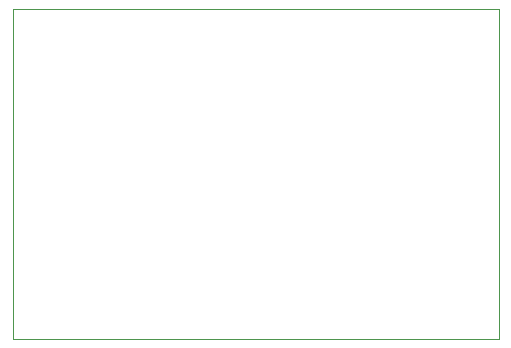
<source format=gbr>
%TF.GenerationSoftware,KiCad,Pcbnew,(6.0.11)*%
%TF.CreationDate,2023-11-05T19:40:27-06:00*%
%TF.ProjectId,PLLBoard,504c4c42-6f61-4726-942e-6b696361645f,rev?*%
%TF.SameCoordinates,Original*%
%TF.FileFunction,Profile,NP*%
%FSLAX46Y46*%
G04 Gerber Fmt 4.6, Leading zero omitted, Abs format (unit mm)*
G04 Created by KiCad (PCBNEW (6.0.11)) date 2023-11-05 19:40:27*
%MOMM*%
%LPD*%
G01*
G04 APERTURE LIST*
%TA.AperFunction,Profile*%
%ADD10C,0.100000*%
%TD*%
G04 APERTURE END LIST*
D10*
X47752000Y-83820000D02*
X47752000Y-55880000D01*
X88900000Y-83820000D02*
X47752000Y-83820000D01*
X47752000Y-55880000D02*
X88900000Y-55880000D01*
X88900000Y-55880000D02*
X88900000Y-83820000D01*
M02*

</source>
